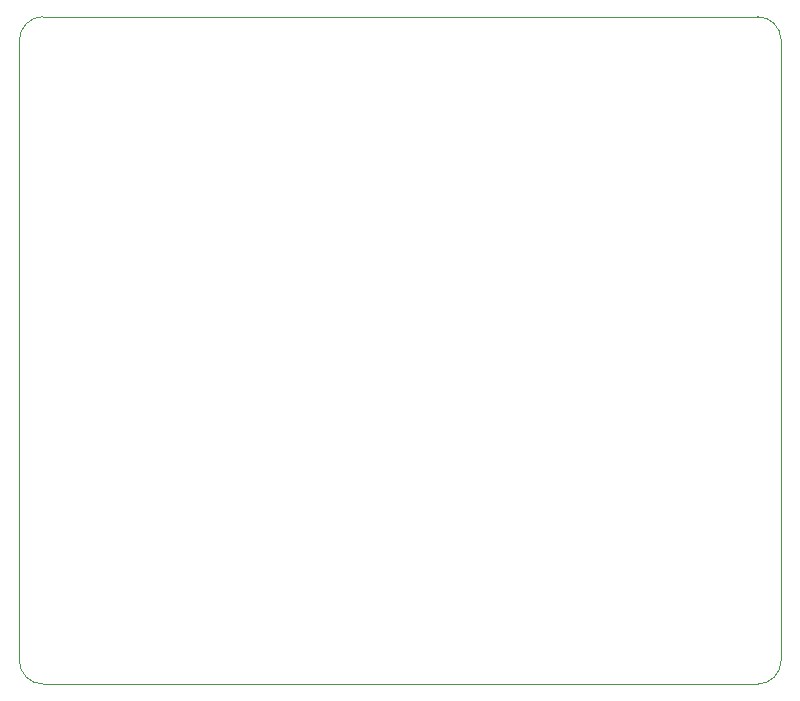
<source format=gbr>
%TF.GenerationSoftware,KiCad,Pcbnew,9.0.5*%
%TF.CreationDate,2025-11-21T19:41:24+02:00*%
%TF.ProjectId,ProtoSwitch,50726f74-6f53-4776-9974-63682e6b6963,rev?*%
%TF.SameCoordinates,Original*%
%TF.FileFunction,Profile,NP*%
%FSLAX46Y46*%
G04 Gerber Fmt 4.6, Leading zero omitted, Abs format (unit mm)*
G04 Created by KiCad (PCBNEW 9.0.5) date 2025-11-21 19:41:24*
%MOMM*%
%LPD*%
G01*
G04 APERTURE LIST*
%TA.AperFunction,Profile*%
%ADD10C,0.050000*%
%TD*%
G04 APERTURE END LIST*
D10*
X123000000Y-52000000D02*
G75*
G02*
X125000000Y-50000000I2000000J0D01*
G01*
X125000000Y-106500000D02*
G75*
G02*
X123000000Y-104500000I0J2000000D01*
G01*
X185500000Y-50000000D02*
G75*
G02*
X187500000Y-52000000I0J-2000000D01*
G01*
X187500000Y-104500000D02*
G75*
G02*
X185500000Y-106500000I-2000000J0D01*
G01*
X125000000Y-50000000D02*
X185500000Y-50000000D01*
X185500000Y-106500000D02*
X125000000Y-106500000D01*
X123000000Y-104500000D02*
X123000000Y-52000000D01*
X187500000Y-52000000D02*
X187500000Y-104500000D01*
M02*

</source>
